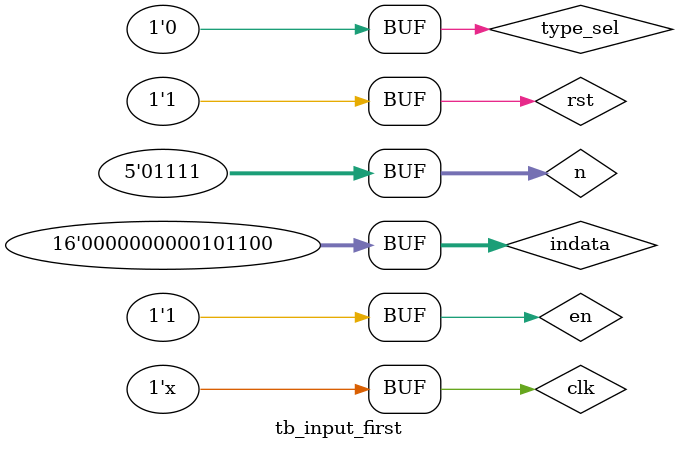
<source format=v>
module tb_input_first();

reg clk, rst, en;
reg type_sel;
reg [ 4:0]   n;
reg [15:0]  indata;

input_first input_first(
    .clk(clk),
    .rst(rst),
    .en(en),
    .type_sel(type_sel),
    .n(n),
    .indata(indata),
    .out_sign(), 
    .out_exp(), 
    .out_mantissa(), 
    .out_zero_flag()
);

initial begin
    clk = 1'b1;
    rst = 1'b0;
    en  = 1'b1;
    n   = 5'hf;
    type_sel  = 1'b0;
    indata = 16'h002c;
    #2
    rst = 1'b1;



end

always #1 clk = ~clk;



endmodule
</source>
